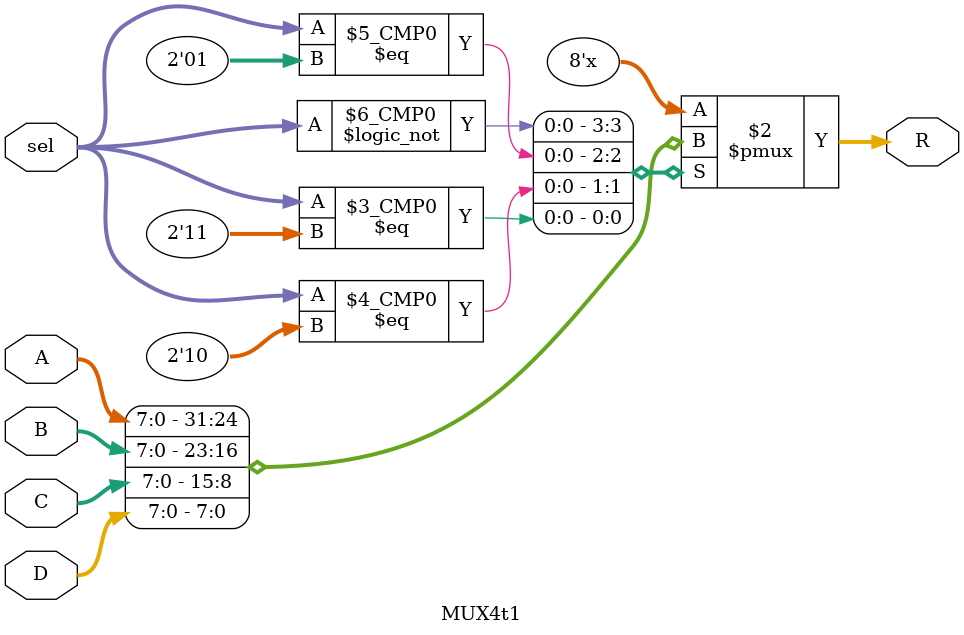
<source format=v>
module MUX4t1 (
    input [7:0] A,          // Register input
    input [7:0] B,          // Register input
    input [7:0] C,          // Register input
    input [7:0] D,          // Register input
    input [1:0] sel,        // Rs
    output reg [7:0] R      // Output
);
    always @(*) begin
        case(sel)
            2'b00 : R = A;
            2'b01 : R = B;
            2'b10 : R = C;
            2'b11 : R = D;
        endcase
    end

endmodule
</source>
